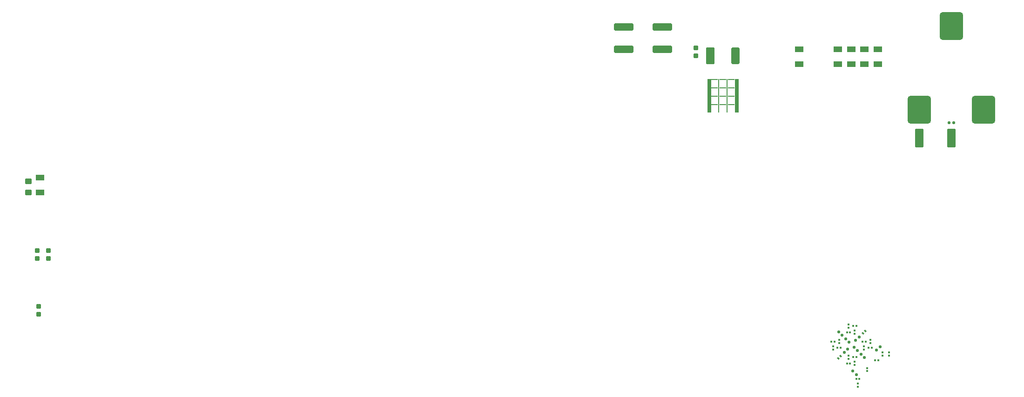
<source format=gbp>
G04*
G04 #@! TF.GenerationSoftware,Altium Limited,Altium Designer,24.10.1 (45)*
G04*
G04 Layer_Color=128*
%FSLAX44Y44*%
%MOMM*%
G71*
G04*
G04 #@! TF.SameCoordinates,24BC4850-7E81-497A-B660-34607D59122C*
G04*
G04*
G04 #@! TF.FilePolarity,Positive*
G04*
G01*
G75*
%ADD19R,0.4064X0.3048*%
G04:AMPARAMS|DCode=24|XSize=0.508mm|YSize=0.508mm|CornerRadius=0.127mm|HoleSize=0mm|Usage=FLASHONLY|Rotation=90.000|XOffset=0mm|YOffset=0mm|HoleType=Round|Shape=RoundedRectangle|*
%AMROUNDEDRECTD24*
21,1,0.5080,0.2540,0,0,90.0*
21,1,0.2540,0.5080,0,0,90.0*
1,1,0.2540,0.1270,0.1270*
1,1,0.2540,0.1270,-0.1270*
1,1,0.2540,-0.1270,-0.1270*
1,1,0.2540,-0.1270,0.1270*
%
%ADD24ROUNDEDRECTD24*%
G04:AMPARAMS|DCode=25|XSize=1.2192mm|YSize=0.9652mm|CornerRadius=0.1016mm|HoleSize=0mm|Usage=FLASHONLY|Rotation=180.000|XOffset=0mm|YOffset=0mm|HoleType=Round|Shape=RoundedRectangle|*
%AMROUNDEDRECTD25*
21,1,1.2192,0.7620,0,0,180.0*
21,1,1.0160,0.9652,0,0,180.0*
1,1,0.2032,-0.5080,0.3810*
1,1,0.2032,0.5080,0.3810*
1,1,0.2032,0.5080,-0.3810*
1,1,0.2032,-0.5080,-0.3810*
%
%ADD25ROUNDEDRECTD25*%
G04:AMPARAMS|DCode=26|XSize=1.5748mm|YSize=1.0668mm|CornerRadius=0.1143mm|HoleSize=0mm|Usage=FLASHONLY|Rotation=0.000|XOffset=0mm|YOffset=0mm|HoleType=Round|Shape=RoundedRectangle|*
%AMROUNDEDRECTD26*
21,1,1.5748,0.8382,0,0,0.0*
21,1,1.3462,1.0668,0,0,0.0*
1,1,0.2286,0.6731,-0.4191*
1,1,0.2286,-0.6731,-0.4191*
1,1,0.2286,-0.6731,0.4191*
1,1,0.2286,0.6731,0.4191*
%
%ADD26ROUNDEDRECTD26*%
G04:AMPARAMS|DCode=27|XSize=0.8992mm|YSize=0.8992mm|CornerRadius=0.1504mm|HoleSize=0mm|Usage=FLASHONLY|Rotation=180.000|XOffset=0mm|YOffset=0mm|HoleType=Round|Shape=RoundedRectangle|*
%AMROUNDEDRECTD27*
21,1,0.8992,0.5985,0,0,180.0*
21,1,0.5985,0.8992,0,0,180.0*
1,1,0.3007,-0.2993,0.2993*
1,1,0.3007,0.2993,0.2993*
1,1,0.3007,0.2993,-0.2993*
1,1,0.3007,-0.2993,-0.2993*
%
%ADD27ROUNDEDRECTD27*%
G04:AMPARAMS|DCode=62|XSize=1.3462mm|YSize=3.5052mm|CornerRadius=0.1492mm|HoleSize=0mm|Usage=FLASHONLY|Rotation=270.000|XOffset=0mm|YOffset=0mm|HoleType=Round|Shape=RoundedRectangle|*
%AMROUNDEDRECTD62*
21,1,1.3462,3.2068,0,0,270.0*
21,1,1.0478,3.5052,0,0,270.0*
1,1,0.2985,-1.6034,-0.5239*
1,1,0.2985,-1.6034,0.5239*
1,1,0.2985,1.6034,0.5239*
1,1,0.2985,1.6034,-0.5239*
%
%ADD62ROUNDEDRECTD62*%
G04:AMPARAMS|DCode=188|XSize=0.508mm|YSize=0.508mm|CornerRadius=0.127mm|HoleSize=0mm|Usage=FLASHONLY|Rotation=135.000|XOffset=0mm|YOffset=0mm|HoleType=Round|Shape=RoundedRectangle|*
%AMROUNDEDRECTD188*
21,1,0.5080,0.2540,0,0,135.0*
21,1,0.2540,0.5080,0,0,135.0*
1,1,0.2540,0.0000,0.1796*
1,1,0.2540,0.1796,0.0000*
1,1,0.2540,0.0000,-0.1796*
1,1,0.2540,-0.1796,0.0000*
%
%ADD188ROUNDEDRECTD188*%
G04:AMPARAMS|DCode=190|XSize=0.508mm|YSize=0.508mm|CornerRadius=0.127mm|HoleSize=0mm|Usage=FLASHONLY|Rotation=45.000|XOffset=0mm|YOffset=0mm|HoleType=Round|Shape=RoundedRectangle|*
%AMROUNDEDRECTD190*
21,1,0.5080,0.2540,0,0,45.0*
21,1,0.2540,0.5080,0,0,45.0*
1,1,0.2540,0.1796,0.0000*
1,1,0.2540,0.0000,-0.1796*
1,1,0.2540,-0.1796,0.0000*
1,1,0.2540,0.0000,0.1796*
%
%ADD190ROUNDEDRECTD190*%
%ADD209R,0.3048X0.4064*%
G04:AMPARAMS|DCode=210|XSize=0.3048mm|YSize=0.4064mm|CornerRadius=0mm|HoleSize=0mm|Usage=FLASHONLY|Rotation=45.000|XOffset=0mm|YOffset=0mm|HoleType=Round|Shape=Rectangle|*
%AMROTATEDRECTD210*
4,1,4,0.0359,-0.2515,-0.2515,0.0359,-0.0359,0.2515,0.2515,-0.0359,0.0359,-0.2515,0.0*
%
%ADD210ROTATEDRECTD210*%

%ADD211R,1.2700X0.2540*%
%ADD212R,0.6350X6.0960*%
%ADD213R,0.2540X6.0960*%
G04:AMPARAMS|DCode=214|XSize=4.2672mm|YSize=5.0292mm|CornerRadius=0.5143mm|HoleSize=0mm|Usage=FLASHONLY|Rotation=180.000|XOffset=0mm|YOffset=0mm|HoleType=Round|Shape=RoundedRectangle|*
%AMROUNDEDRECTD214*
21,1,4.2672,4.0005,0,0,180.0*
21,1,3.2385,5.0292,0,0,180.0*
1,1,1.0287,-1.6193,2.0003*
1,1,1.0287,1.6193,2.0003*
1,1,1.0287,1.6193,-2.0003*
1,1,1.0287,-1.6193,-2.0003*
%
%ADD214ROUNDEDRECTD214*%
G04:AMPARAMS|DCode=215|XSize=3.4036mm|YSize=1.524mm|CornerRadius=0.2344mm|HoleSize=0mm|Usage=FLASHONLY|Rotation=270.000|XOffset=0mm|YOffset=0mm|HoleType=Round|Shape=RoundedRectangle|*
%AMROUNDEDRECTD215*
21,1,3.4036,1.0551,0,0,270.0*
21,1,2.9347,1.5240,0,0,270.0*
1,1,0.4689,-0.5276,-1.4674*
1,1,0.4689,-0.5276,1.4674*
1,1,0.4689,0.5276,1.4674*
1,1,0.4689,0.5276,-1.4674*
%
%ADD215ROUNDEDRECTD215*%
G04:AMPARAMS|DCode=216|XSize=1.524mm|YSize=2.9972mm|CornerRadius=0.2344mm|HoleSize=0mm|Usage=FLASHONLY|Rotation=180.000|XOffset=0mm|YOffset=0mm|HoleType=Round|Shape=RoundedRectangle|*
%AMROUNDEDRECTD216*
21,1,1.5240,2.5283,0,0,180.0*
21,1,1.0551,2.9972,0,0,180.0*
1,1,0.4689,-0.5276,1.2642*
1,1,0.4689,0.5276,1.2642*
1,1,0.4689,0.5276,-1.2642*
1,1,0.4689,-0.5276,-1.2642*
%
%ADD216ROUNDEDRECTD216*%
G04:AMPARAMS|DCode=217|XSize=1.524mm|YSize=2.9972mm|CornerRadius=0.0533mm|HoleSize=0mm|Usage=FLASHONLY|Rotation=180.000|XOffset=0mm|YOffset=0mm|HoleType=Round|Shape=RoundedRectangle|*
%AMROUNDEDRECTD217*
21,1,1.5240,2.8905,0,0,180.0*
21,1,1.4173,2.9972,0,0,180.0*
1,1,0.1067,-0.7087,1.4453*
1,1,0.1067,0.7087,1.4453*
1,1,0.1067,0.7087,-1.4453*
1,1,0.1067,-0.7087,-1.4453*
%
%ADD217ROUNDEDRECTD217*%
D19*
X3196125Y1888173D02*
D03*
Y1882331D02*
D03*
X3139556Y1831605D02*
D03*
X3139556Y1825763D02*
D03*
X3156527Y1859889D02*
D03*
X3156527Y1854046D02*
D03*
X3184810Y1888173D02*
D03*
X3184812Y1882331D02*
D03*
X3133900Y1927771D02*
D03*
X3133900Y1921929D02*
D03*
X3122586Y1876674D02*
D03*
X3122585Y1882516D02*
D03*
X3150870Y1893645D02*
D03*
X3150870Y1899487D02*
D03*
X3162184Y1904959D02*
D03*
X3162184Y1910800D02*
D03*
X3133899Y1871203D02*
D03*
X3133900Y1865361D02*
D03*
X3105615Y1910801D02*
D03*
X3105615Y1904959D02*
D03*
X3122586Y1933243D02*
D03*
X3122586Y1939085D02*
D03*
X3094301Y1899487D02*
D03*
X3094301Y1893645D02*
D03*
D24*
X3305175Y2306320D02*
D03*
X3314065D02*
D03*
D25*
X1630680Y2179320D02*
D03*
Y2199640D02*
D03*
D26*
X1652270Y2206752D02*
D03*
Y2179828D02*
D03*
X3175891Y2413507D02*
D03*
Y2440431D02*
D03*
X3151761Y2413507D02*
D03*
Y2440431D02*
D03*
X3103501Y2413507D02*
D03*
Y2440431D02*
D03*
X3127631Y2413507D02*
D03*
Y2440431D02*
D03*
X3032760Y2413508D02*
D03*
Y2440432D02*
D03*
D27*
X1649730Y1971940D02*
D03*
Y1957440D02*
D03*
X1667510Y2059040D02*
D03*
Y2073540D02*
D03*
X1647190Y2059040D02*
D03*
Y2073540D02*
D03*
X2844800Y2443110D02*
D03*
Y2428610D02*
D03*
D62*
X2713990Y2439924D02*
D03*
Y2481072D02*
D03*
X2783840Y2439924D02*
D03*
Y2481072D02*
D03*
D188*
X3180016Y1898586D02*
D03*
X3173730Y1892300D02*
D03*
X3141980Y1916430D02*
D03*
X3135694Y1910144D02*
D03*
X3114707Y1887887D02*
D03*
X3120993Y1894173D02*
D03*
D190*
X3136900Y1847850D02*
D03*
X3130614Y1854136D02*
D03*
X3138773Y1891697D02*
D03*
X3132487Y1897983D02*
D03*
X3145187Y1885283D02*
D03*
X3151473Y1878997D02*
D03*
X3110833Y1919637D02*
D03*
X3104547Y1925923D02*
D03*
X3117247Y1913223D02*
D03*
X3123533Y1906937D02*
D03*
D209*
X3136635Y1839998D02*
D03*
X3142477D02*
D03*
X3170576Y1873938D02*
D03*
X3176418Y1873938D02*
D03*
X3153791Y1907880D02*
D03*
X3147949D02*
D03*
X3102694Y1896566D02*
D03*
X3108536Y1896566D02*
D03*
X3125507Y1868282D02*
D03*
X3119665D02*
D03*
X3136820Y1879595D02*
D03*
X3130978Y1879595D02*
D03*
X3159263Y1896566D02*
D03*
X3165105Y1896566D02*
D03*
X3119665Y1924850D02*
D03*
X3125507Y1924850D02*
D03*
X3130978Y1936164D02*
D03*
X3136820D02*
D03*
X3097223Y1907880D02*
D03*
X3091381D02*
D03*
D210*
X3148805Y1923255D02*
D03*
X3152935Y1927385D02*
D03*
X3108485Y1881665D02*
D03*
X3104354Y1877535D02*
D03*
D211*
X2909570Y2385060D02*
D03*
X2894330Y2385060D02*
D03*
X2879090D02*
D03*
X2909570Y2369820D02*
D03*
X2894330D02*
D03*
X2879090D02*
D03*
X2909570Y2354580D02*
D03*
X2894330D02*
D03*
X2879090D02*
D03*
X2909570Y2339340D02*
D03*
X2894330D02*
D03*
X2879090D02*
D03*
D212*
X2869565Y2355850D02*
D03*
X2919095Y2355850D02*
D03*
D213*
X2886710D02*
D03*
X2901950D02*
D03*
D214*
X3309620Y2482850D02*
D03*
X3251200Y2330450D02*
D03*
X3368040D02*
D03*
D215*
X3250946Y2278380D02*
D03*
X3309874D02*
D03*
D216*
X2917190Y2428494D02*
D03*
D217*
X2871470D02*
D03*
M02*

</source>
